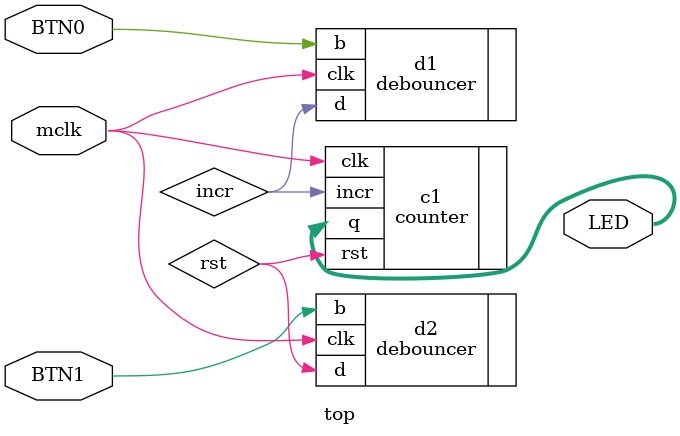
<source format=v>
`timescale 1ns / 1ps


module top(
    input mclk,
    input BTN0,
    input BTN1,
    output [7:0] LED
    );
    
    wire incr;
    wire rst;
    
    debouncer d1(.b(BTN0), .d(incr), .clk(mclk));
    debouncer d2(.b(BTN1), .d(rst), .clk(mclk));
    counter c1(.clk(mclk), .incr(incr), .rst(rst), .q(LED));
    
endmodule

</source>
